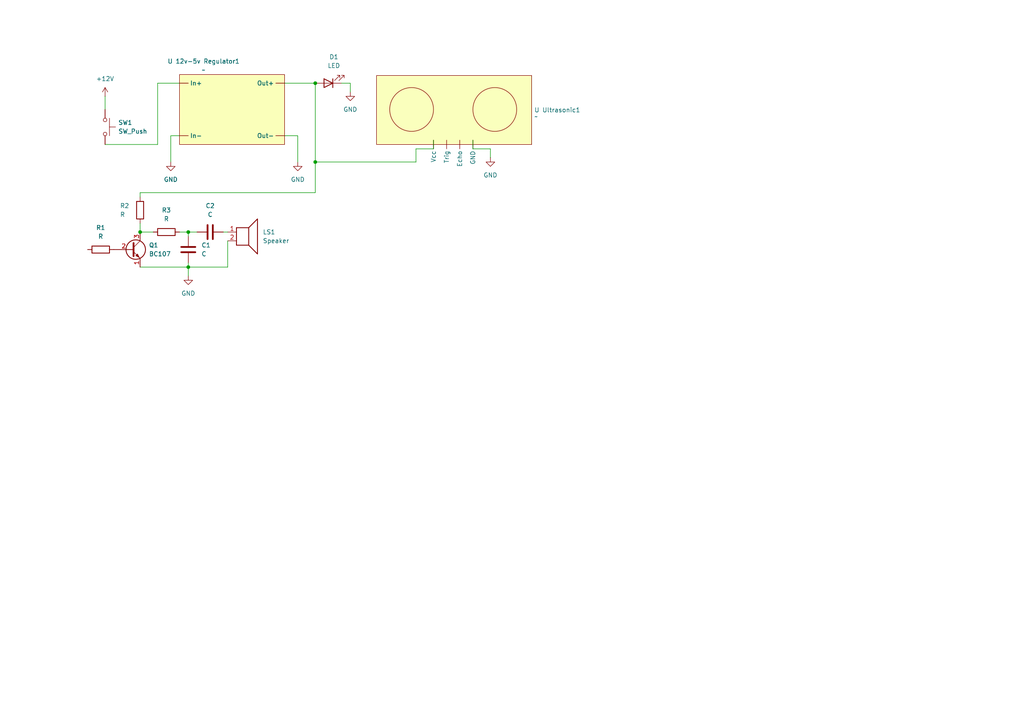
<source format=kicad_sch>
(kicad_sch
	(version 20231120)
	(generator "eeschema")
	(generator_version "8.0")
	(uuid "8c136532-4f3a-4790-9170-597a2f86a191")
	(paper "A4")
	(title_block
		(title "Ben Matrix Board Prototype MK1")
		(date "2024-06-04")
		(rev "1")
		(company "PNP3 Electronics")
	)
	(lib_symbols
		(symbol "Device:C"
			(pin_numbers hide)
			(pin_names
				(offset 0.254)
			)
			(exclude_from_sim no)
			(in_bom yes)
			(on_board yes)
			(property "Reference" "C"
				(at 0.635 2.54 0)
				(effects
					(font
						(size 1.27 1.27)
					)
					(justify left)
				)
			)
			(property "Value" "C"
				(at 0.635 -2.54 0)
				(effects
					(font
						(size 1.27 1.27)
					)
					(justify left)
				)
			)
			(property "Footprint" ""
				(at 0.9652 -3.81 0)
				(effects
					(font
						(size 1.27 1.27)
					)
					(hide yes)
				)
			)
			(property "Datasheet" "~"
				(at 0 0 0)
				(effects
					(font
						(size 1.27 1.27)
					)
					(hide yes)
				)
			)
			(property "Description" "Unpolarized capacitor"
				(at 0 0 0)
				(effects
					(font
						(size 1.27 1.27)
					)
					(hide yes)
				)
			)
			(property "ki_keywords" "cap capacitor"
				(at 0 0 0)
				(effects
					(font
						(size 1.27 1.27)
					)
					(hide yes)
				)
			)
			(property "ki_fp_filters" "C_*"
				(at 0 0 0)
				(effects
					(font
						(size 1.27 1.27)
					)
					(hide yes)
				)
			)
			(symbol "C_0_1"
				(polyline
					(pts
						(xy -2.032 -0.762) (xy 2.032 -0.762)
					)
					(stroke
						(width 0.508)
						(type default)
					)
					(fill
						(type none)
					)
				)
				(polyline
					(pts
						(xy -2.032 0.762) (xy 2.032 0.762)
					)
					(stroke
						(width 0.508)
						(type default)
					)
					(fill
						(type none)
					)
				)
			)
			(symbol "C_1_1"
				(pin passive line
					(at 0 3.81 270)
					(length 2.794)
					(name "~"
						(effects
							(font
								(size 1.27 1.27)
							)
						)
					)
					(number "1"
						(effects
							(font
								(size 1.27 1.27)
							)
						)
					)
				)
				(pin passive line
					(at 0 -3.81 90)
					(length 2.794)
					(name "~"
						(effects
							(font
								(size 1.27 1.27)
							)
						)
					)
					(number "2"
						(effects
							(font
								(size 1.27 1.27)
							)
						)
					)
				)
			)
		)
		(symbol "Device:LED"
			(pin_numbers hide)
			(pin_names
				(offset 1.016) hide)
			(exclude_from_sim no)
			(in_bom yes)
			(on_board yes)
			(property "Reference" "D"
				(at 0 2.54 0)
				(effects
					(font
						(size 1.27 1.27)
					)
				)
			)
			(property "Value" "LED"
				(at 0 -2.54 0)
				(effects
					(font
						(size 1.27 1.27)
					)
				)
			)
			(property "Footprint" ""
				(at 0 0 0)
				(effects
					(font
						(size 1.27 1.27)
					)
					(hide yes)
				)
			)
			(property "Datasheet" "~"
				(at 0 0 0)
				(effects
					(font
						(size 1.27 1.27)
					)
					(hide yes)
				)
			)
			(property "Description" "Light emitting diode"
				(at 0 0 0)
				(effects
					(font
						(size 1.27 1.27)
					)
					(hide yes)
				)
			)
			(property "ki_keywords" "LED diode"
				(at 0 0 0)
				(effects
					(font
						(size 1.27 1.27)
					)
					(hide yes)
				)
			)
			(property "ki_fp_filters" "LED* LED_SMD:* LED_THT:*"
				(at 0 0 0)
				(effects
					(font
						(size 1.27 1.27)
					)
					(hide yes)
				)
			)
			(symbol "LED_0_1"
				(polyline
					(pts
						(xy -1.27 -1.27) (xy -1.27 1.27)
					)
					(stroke
						(width 0.254)
						(type default)
					)
					(fill
						(type none)
					)
				)
				(polyline
					(pts
						(xy -1.27 0) (xy 1.27 0)
					)
					(stroke
						(width 0)
						(type default)
					)
					(fill
						(type none)
					)
				)
				(polyline
					(pts
						(xy 1.27 -1.27) (xy 1.27 1.27) (xy -1.27 0) (xy 1.27 -1.27)
					)
					(stroke
						(width 0.254)
						(type default)
					)
					(fill
						(type none)
					)
				)
				(polyline
					(pts
						(xy -3.048 -0.762) (xy -4.572 -2.286) (xy -3.81 -2.286) (xy -4.572 -2.286) (xy -4.572 -1.524)
					)
					(stroke
						(width 0)
						(type default)
					)
					(fill
						(type none)
					)
				)
				(polyline
					(pts
						(xy -1.778 -0.762) (xy -3.302 -2.286) (xy -2.54 -2.286) (xy -3.302 -2.286) (xy -3.302 -1.524)
					)
					(stroke
						(width 0)
						(type default)
					)
					(fill
						(type none)
					)
				)
			)
			(symbol "LED_1_1"
				(pin passive line
					(at -3.81 0 0)
					(length 2.54)
					(name "K"
						(effects
							(font
								(size 1.27 1.27)
							)
						)
					)
					(number "1"
						(effects
							(font
								(size 1.27 1.27)
							)
						)
					)
				)
				(pin passive line
					(at 3.81 0 180)
					(length 2.54)
					(name "A"
						(effects
							(font
								(size 1.27 1.27)
							)
						)
					)
					(number "2"
						(effects
							(font
								(size 1.27 1.27)
							)
						)
					)
				)
			)
		)
		(symbol "Device:R"
			(pin_numbers hide)
			(pin_names
				(offset 0)
			)
			(exclude_from_sim no)
			(in_bom yes)
			(on_board yes)
			(property "Reference" "R"
				(at 2.032 0 90)
				(effects
					(font
						(size 1.27 1.27)
					)
				)
			)
			(property "Value" "R"
				(at 0 0 90)
				(effects
					(font
						(size 1.27 1.27)
					)
				)
			)
			(property "Footprint" ""
				(at -1.778 0 90)
				(effects
					(font
						(size 1.27 1.27)
					)
					(hide yes)
				)
			)
			(property "Datasheet" "~"
				(at 0 0 0)
				(effects
					(font
						(size 1.27 1.27)
					)
					(hide yes)
				)
			)
			(property "Description" "Resistor"
				(at 0 0 0)
				(effects
					(font
						(size 1.27 1.27)
					)
					(hide yes)
				)
			)
			(property "ki_keywords" "R res resistor"
				(at 0 0 0)
				(effects
					(font
						(size 1.27 1.27)
					)
					(hide yes)
				)
			)
			(property "ki_fp_filters" "R_*"
				(at 0 0 0)
				(effects
					(font
						(size 1.27 1.27)
					)
					(hide yes)
				)
			)
			(symbol "R_0_1"
				(rectangle
					(start -1.016 -2.54)
					(end 1.016 2.54)
					(stroke
						(width 0.254)
						(type default)
					)
					(fill
						(type none)
					)
				)
			)
			(symbol "R_1_1"
				(pin passive line
					(at 0 3.81 270)
					(length 1.27)
					(name "~"
						(effects
							(font
								(size 1.27 1.27)
							)
						)
					)
					(number "1"
						(effects
							(font
								(size 1.27 1.27)
							)
						)
					)
				)
				(pin passive line
					(at 0 -3.81 90)
					(length 1.27)
					(name "~"
						(effects
							(font
								(size 1.27 1.27)
							)
						)
					)
					(number "2"
						(effects
							(font
								(size 1.27 1.27)
							)
						)
					)
				)
			)
		)
		(symbol "Device:Speaker"
			(pin_names
				(offset 0) hide)
			(exclude_from_sim no)
			(in_bom yes)
			(on_board yes)
			(property "Reference" "LS"
				(at 1.27 5.715 0)
				(effects
					(font
						(size 1.27 1.27)
					)
					(justify right)
				)
			)
			(property "Value" "Speaker"
				(at 1.27 3.81 0)
				(effects
					(font
						(size 1.27 1.27)
					)
					(justify right)
				)
			)
			(property "Footprint" ""
				(at 0 -5.08 0)
				(effects
					(font
						(size 1.27 1.27)
					)
					(hide yes)
				)
			)
			(property "Datasheet" "~"
				(at -0.254 -1.27 0)
				(effects
					(font
						(size 1.27 1.27)
					)
					(hide yes)
				)
			)
			(property "Description" "Speaker"
				(at 0 0 0)
				(effects
					(font
						(size 1.27 1.27)
					)
					(hide yes)
				)
			)
			(property "ki_keywords" "speaker sound"
				(at 0 0 0)
				(effects
					(font
						(size 1.27 1.27)
					)
					(hide yes)
				)
			)
			(symbol "Speaker_0_0"
				(rectangle
					(start -2.54 1.27)
					(end 1.016 -3.81)
					(stroke
						(width 0.254)
						(type default)
					)
					(fill
						(type none)
					)
				)
				(polyline
					(pts
						(xy 1.016 1.27) (xy 3.556 3.81) (xy 3.556 -6.35) (xy 1.016 -3.81)
					)
					(stroke
						(width 0.254)
						(type default)
					)
					(fill
						(type none)
					)
				)
			)
			(symbol "Speaker_1_1"
				(pin input line
					(at -5.08 0 0)
					(length 2.54)
					(name "1"
						(effects
							(font
								(size 1.27 1.27)
							)
						)
					)
					(number "1"
						(effects
							(font
								(size 1.27 1.27)
							)
						)
					)
				)
				(pin input line
					(at -5.08 -2.54 0)
					(length 2.54)
					(name "2"
						(effects
							(font
								(size 1.27 1.27)
							)
						)
					)
					(number "2"
						(effects
							(font
								(size 1.27 1.27)
							)
						)
					)
				)
			)
		)
		(symbol "Matrix_Board_Lib:DFR0831"
			(exclude_from_sim no)
			(in_bom yes)
			(on_board yes)
			(property "Reference" "U 12v-5v Regulator"
				(at -0.254 0.254 0)
				(effects
					(font
						(size 1.27 1.27)
					)
				)
			)
			(property "Value" ""
				(at -39.37 -12.7 0)
				(effects
					(font
						(size 1.27 1.27)
					)
				)
			)
			(property "Footprint" ""
				(at -39.37 -12.7 0)
				(effects
					(font
						(size 1.27 1.27)
					)
					(hide yes)
				)
			)
			(property "Datasheet" ""
				(at -39.37 -12.7 0)
				(effects
					(font
						(size 1.27 1.27)
					)
					(hide yes)
				)
			)
			(property "Description" ""
				(at -39.37 -12.7 0)
				(effects
					(font
						(size 1.27 1.27)
					)
					(hide yes)
				)
			)
			(symbol "DFR0831_0_1"
				(rectangle
					(start -15.24 10.109)
					(end 15.24 -10.16)
					(stroke
						(width 0)
						(type default)
					)
					(fill
						(type color)
						(color 250 255 186 1)
					)
				)
				(polyline
					(pts
						(xy -31.75 -20.32) (xy -31.75 -20.32)
					)
					(stroke
						(width 0)
						(type default)
					)
					(fill
						(type none)
					)
				)
			)
			(symbol "DFR0831_1_1"
				(pin input line
					(at -15.24 7.62 0)
					(length 2.54)
					(name "In+"
						(effects
							(font
								(size 1.27 1.27)
							)
						)
					)
					(number ""
						(effects
							(font
								(size 1.27 1.27)
							)
						)
					)
				)
				(pin input line
					(at -15.24 -7.62 0)
					(length 2.54)
					(name "In-"
						(effects
							(font
								(size 1.27 1.27)
							)
						)
					)
					(number ""
						(effects
							(font
								(size 1.27 1.27)
							)
						)
					)
				)
				(pin output line
					(at 15.24 7.62 180)
					(length 2.54)
					(name "Out+"
						(effects
							(font
								(size 1.27 1.27)
							)
						)
					)
					(number ""
						(effects
							(font
								(size 1.27 1.27)
							)
						)
					)
				)
				(pin output line
					(at 15.24 -7.62 180)
					(length 2.54)
					(name "Out-"
						(effects
							(font
								(size 1.27 1.27)
							)
						)
					)
					(number ""
						(effects
							(font
								(size 1.27 1.27)
							)
						)
					)
				)
			)
		)
		(symbol "Matrix_Board_Lib:HCSR04_"
			(exclude_from_sim no)
			(in_bom yes)
			(on_board yes)
			(property "Reference" "U Ultrasonic"
				(at 22.606 17.018 0)
				(effects
					(font
						(size 1.27 1.27)
					)
				)
			)
			(property "Value" ""
				(at 0 0 0)
				(effects
					(font
						(size 1.27 1.27)
					)
				)
			)
			(property "Footprint" ""
				(at 0 0 0)
				(effects
					(font
						(size 1.27 1.27)
					)
					(hide yes)
				)
			)
			(property "Datasheet" ""
				(at 0 0 0)
				(effects
					(font
						(size 1.27 1.27)
					)
					(hide yes)
				)
			)
			(property "Description" ""
				(at 0 0 0)
				(effects
					(font
						(size 1.27 1.27)
					)
					(hide yes)
				)
			)
			(symbol "HCSR04__0_1"
				(rectangle
					(start 0 20)
					(end 45 0)
					(stroke
						(width 0)
						(type default)
					)
					(fill
						(type color)
						(color 250 255 189 1)
					)
				)
			)
			(symbol "HCSR04__1_1"
				(circle
					(center 10.16 10.16)
					(radius 6.35)
					(stroke
						(width 0)
						(type default)
					)
					(fill
						(type none)
					)
				)
				(circle
					(center 34.29 10.16)
					(radius 6.35)
					(stroke
						(width 0)
						(type default)
					)
					(fill
						(type none)
					)
				)
				(pin bidirectional line
					(at 24.13 1.27 270)
					(length 2.54)
					(name "Echo"
						(effects
							(font
								(size 1.27 1.27)
							)
						)
					)
					(number ""
						(effects
							(font
								(size 1.27 1.27)
							)
						)
					)
				)
				(pin output line
					(at 27.94 1.27 270)
					(length 2.54)
					(name "GND"
						(effects
							(font
								(size 1.27 1.27)
							)
						)
					)
					(number ""
						(effects
							(font
								(size 1.27 1.27)
							)
						)
					)
				)
				(pin bidirectional line
					(at 20.32 1.27 270)
					(length 2.54)
					(name "Trig"
						(effects
							(font
								(size 1.27 1.27)
							)
						)
					)
					(number ""
						(effects
							(font
								(size 1.27 1.27)
							)
						)
					)
				)
				(pin input line
					(at 16.51 1.27 270)
					(length 2.54)
					(name "Vcc"
						(effects
							(font
								(size 1.27 1.27)
							)
						)
					)
					(number ""
						(effects
							(font
								(size 1.27 1.27)
							)
						)
					)
				)
			)
		)
		(symbol "Switch:SW_Push"
			(pin_numbers hide)
			(pin_names
				(offset 1.016) hide)
			(exclude_from_sim no)
			(in_bom yes)
			(on_board yes)
			(property "Reference" "SW"
				(at 1.27 2.54 0)
				(effects
					(font
						(size 1.27 1.27)
					)
					(justify left)
				)
			)
			(property "Value" "SW_Push"
				(at 0 -1.524 0)
				(effects
					(font
						(size 1.27 1.27)
					)
				)
			)
			(property "Footprint" ""
				(at 0 5.08 0)
				(effects
					(font
						(size 1.27 1.27)
					)
					(hide yes)
				)
			)
			(property "Datasheet" "~"
				(at 0 5.08 0)
				(effects
					(font
						(size 1.27 1.27)
					)
					(hide yes)
				)
			)
			(property "Description" "Push button switch, generic, two pins"
				(at 0 0 0)
				(effects
					(font
						(size 1.27 1.27)
					)
					(hide yes)
				)
			)
			(property "ki_keywords" "switch normally-open pushbutton push-button"
				(at 0 0 0)
				(effects
					(font
						(size 1.27 1.27)
					)
					(hide yes)
				)
			)
			(symbol "SW_Push_0_1"
				(circle
					(center -2.032 0)
					(radius 0.508)
					(stroke
						(width 0)
						(type default)
					)
					(fill
						(type none)
					)
				)
				(polyline
					(pts
						(xy 0 1.27) (xy 0 3.048)
					)
					(stroke
						(width 0)
						(type default)
					)
					(fill
						(type none)
					)
				)
				(polyline
					(pts
						(xy 2.54 1.27) (xy -2.54 1.27)
					)
					(stroke
						(width 0)
						(type default)
					)
					(fill
						(type none)
					)
				)
				(circle
					(center 2.032 0)
					(radius 0.508)
					(stroke
						(width 0)
						(type default)
					)
					(fill
						(type none)
					)
				)
				(pin passive line
					(at -5.08 0 0)
					(length 2.54)
					(name "1"
						(effects
							(font
								(size 1.27 1.27)
							)
						)
					)
					(number "1"
						(effects
							(font
								(size 1.27 1.27)
							)
						)
					)
				)
				(pin passive line
					(at 5.08 0 180)
					(length 2.54)
					(name "2"
						(effects
							(font
								(size 1.27 1.27)
							)
						)
					)
					(number "2"
						(effects
							(font
								(size 1.27 1.27)
							)
						)
					)
				)
			)
		)
		(symbol "Transistor_BJT:BC107"
			(pin_names
				(offset 0) hide)
			(exclude_from_sim no)
			(in_bom yes)
			(on_board yes)
			(property "Reference" "Q"
				(at 5.08 1.905 0)
				(effects
					(font
						(size 1.27 1.27)
					)
					(justify left)
				)
			)
			(property "Value" "BC107"
				(at 5.08 0 0)
				(effects
					(font
						(size 1.27 1.27)
					)
					(justify left)
				)
			)
			(property "Footprint" "Package_TO_SOT_THT:TO-18-3"
				(at 5.08 -1.905 0)
				(effects
					(font
						(size 1.27 1.27)
						(italic yes)
					)
					(justify left)
					(hide yes)
				)
			)
			(property "Datasheet" "http://www.b-kainka.de/Daten/Transistor/BC108.pdf"
				(at 0 0 0)
				(effects
					(font
						(size 1.27 1.27)
					)
					(justify left)
					(hide yes)
				)
			)
			(property "Description" "0.1A Ic, 50V Vce, Low Noise General Purpose NPN Transistor, TO-18"
				(at 0 0 0)
				(effects
					(font
						(size 1.27 1.27)
					)
					(hide yes)
				)
			)
			(property "ki_keywords" "NPN low noise transistor"
				(at 0 0 0)
				(effects
					(font
						(size 1.27 1.27)
					)
					(hide yes)
				)
			)
			(property "ki_fp_filters" "TO?18*"
				(at 0 0 0)
				(effects
					(font
						(size 1.27 1.27)
					)
					(hide yes)
				)
			)
			(symbol "BC107_0_1"
				(polyline
					(pts
						(xy 0.635 0.635) (xy 2.54 2.54)
					)
					(stroke
						(width 0)
						(type default)
					)
					(fill
						(type none)
					)
				)
				(polyline
					(pts
						(xy 0.635 -0.635) (xy 2.54 -2.54) (xy 2.54 -2.54)
					)
					(stroke
						(width 0)
						(type default)
					)
					(fill
						(type none)
					)
				)
				(polyline
					(pts
						(xy 0.635 1.905) (xy 0.635 -1.905) (xy 0.635 -1.905)
					)
					(stroke
						(width 0.508)
						(type default)
					)
					(fill
						(type none)
					)
				)
				(polyline
					(pts
						(xy 1.27 -1.778) (xy 1.778 -1.27) (xy 2.286 -2.286) (xy 1.27 -1.778) (xy 1.27 -1.778)
					)
					(stroke
						(width 0)
						(type default)
					)
					(fill
						(type outline)
					)
				)
				(circle
					(center 1.27 0)
					(radius 2.8194)
					(stroke
						(width 0.254)
						(type default)
					)
					(fill
						(type none)
					)
				)
			)
			(symbol "BC107_1_1"
				(pin passive line
					(at 2.54 -5.08 90)
					(length 2.54)
					(name "E"
						(effects
							(font
								(size 1.27 1.27)
							)
						)
					)
					(number "1"
						(effects
							(font
								(size 1.27 1.27)
							)
						)
					)
				)
				(pin input line
					(at -5.08 0 0)
					(length 5.715)
					(name "B"
						(effects
							(font
								(size 1.27 1.27)
							)
						)
					)
					(number "2"
						(effects
							(font
								(size 1.27 1.27)
							)
						)
					)
				)
				(pin passive line
					(at 2.54 5.08 270)
					(length 2.54)
					(name "C"
						(effects
							(font
								(size 1.27 1.27)
							)
						)
					)
					(number "3"
						(effects
							(font
								(size 1.27 1.27)
							)
						)
					)
				)
			)
		)
		(symbol "power:+12V"
			(power)
			(pin_numbers hide)
			(pin_names
				(offset 0) hide)
			(exclude_from_sim no)
			(in_bom yes)
			(on_board yes)
			(property "Reference" "#PWR"
				(at 0 -3.81 0)
				(effects
					(font
						(size 1.27 1.27)
					)
					(hide yes)
				)
			)
			(property "Value" "+12V"
				(at 0 3.556 0)
				(effects
					(font
						(size 1.27 1.27)
					)
				)
			)
			(property "Footprint" ""
				(at 0 0 0)
				(effects
					(font
						(size 1.27 1.27)
					)
					(hide yes)
				)
			)
			(property "Datasheet" ""
				(at 0 0 0)
				(effects
					(font
						(size 1.27 1.27)
					)
					(hide yes)
				)
			)
			(property "Description" "Power symbol creates a global label with name \"+12V\""
				(at 0 0 0)
				(effects
					(font
						(size 1.27 1.27)
					)
					(hide yes)
				)
			)
			(property "ki_keywords" "global power"
				(at 0 0 0)
				(effects
					(font
						(size 1.27 1.27)
					)
					(hide yes)
				)
			)
			(symbol "+12V_0_1"
				(polyline
					(pts
						(xy -0.762 1.27) (xy 0 2.54)
					)
					(stroke
						(width 0)
						(type default)
					)
					(fill
						(type none)
					)
				)
				(polyline
					(pts
						(xy 0 0) (xy 0 2.54)
					)
					(stroke
						(width 0)
						(type default)
					)
					(fill
						(type none)
					)
				)
				(polyline
					(pts
						(xy 0 2.54) (xy 0.762 1.27)
					)
					(stroke
						(width 0)
						(type default)
					)
					(fill
						(type none)
					)
				)
			)
			(symbol "+12V_1_1"
				(pin power_in line
					(at 0 0 90)
					(length 0)
					(name "~"
						(effects
							(font
								(size 1.27 1.27)
							)
						)
					)
					(number "1"
						(effects
							(font
								(size 1.27 1.27)
							)
						)
					)
				)
			)
		)
		(symbol "power:GND"
			(power)
			(pin_numbers hide)
			(pin_names
				(offset 0) hide)
			(exclude_from_sim no)
			(in_bom yes)
			(on_board yes)
			(property "Reference" "#PWR"
				(at 0 -6.35 0)
				(effects
					(font
						(size 1.27 1.27)
					)
					(hide yes)
				)
			)
			(property "Value" "GND"
				(at 0 -3.81 0)
				(effects
					(font
						(size 1.27 1.27)
					)
				)
			)
			(property "Footprint" ""
				(at 0 0 0)
				(effects
					(font
						(size 1.27 1.27)
					)
					(hide yes)
				)
			)
			(property "Datasheet" ""
				(at 0 0 0)
				(effects
					(font
						(size 1.27 1.27)
					)
					(hide yes)
				)
			)
			(property "Description" "Power symbol creates a global label with name \"GND\" , ground"
				(at 0 0 0)
				(effects
					(font
						(size 1.27 1.27)
					)
					(hide yes)
				)
			)
			(property "ki_keywords" "global power"
				(at 0 0 0)
				(effects
					(font
						(size 1.27 1.27)
					)
					(hide yes)
				)
			)
			(symbol "GND_0_1"
				(polyline
					(pts
						(xy 0 0) (xy 0 -1.27) (xy 1.27 -1.27) (xy 0 -2.54) (xy -1.27 -1.27) (xy 0 -1.27)
					)
					(stroke
						(width 0)
						(type default)
					)
					(fill
						(type none)
					)
				)
			)
			(symbol "GND_1_1"
				(pin power_in line
					(at 0 0 270)
					(length 0)
					(name "~"
						(effects
							(font
								(size 1.27 1.27)
							)
						)
					)
					(number "1"
						(effects
							(font
								(size 1.27 1.27)
							)
						)
					)
				)
			)
		)
	)
	(junction
		(at 54.61 67.31)
		(diameter 0)
		(color 0 0 0 0)
		(uuid "01dccbbf-4e05-42d2-bfcf-881f3e0fe2ee")
	)
	(junction
		(at 54.61 77.47)
		(diameter 0)
		(color 0 0 0 0)
		(uuid "2546d8ba-d7e9-4a76-a1ae-d7a4896d1720")
	)
	(junction
		(at 91.44 24.13)
		(diameter 0)
		(color 0 0 0 0)
		(uuid "6c3ca0f8-d059-43c0-b229-1707171be6e3")
	)
	(junction
		(at 91.44 46.99)
		(diameter 0)
		(color 0 0 0 0)
		(uuid "e9b8717e-d720-496b-87a0-2bc9e9c9d257")
	)
	(junction
		(at 40.64 67.31)
		(diameter 0)
		(color 0 0 0 0)
		(uuid "efad8c28-7585-4b15-b125-54967aa43fc7")
	)
	(wire
		(pts
			(xy 99.06 24.13) (xy 101.6 24.13)
		)
		(stroke
			(width 0)
			(type default)
		)
		(uuid "02440074-47ac-4ba1-a47a-7db583837241")
	)
	(wire
		(pts
			(xy 40.64 67.31) (xy 44.45 67.31)
		)
		(stroke
			(width 0)
			(type default)
		)
		(uuid "0d15b6be-2ec9-4e03-af6c-683013f6d2d7")
	)
	(wire
		(pts
			(xy 52.07 67.31) (xy 54.61 67.31)
		)
		(stroke
			(width 0)
			(type default)
		)
		(uuid "0e1dd2c6-f778-4451-b138-5ea18fe88a0a")
	)
	(wire
		(pts
			(xy 45.72 41.91) (xy 45.72 24.13)
		)
		(stroke
			(width 0)
			(type default)
		)
		(uuid "0ec4bbe7-b6a5-4956-9aa3-282eac8df3f4")
	)
	(wire
		(pts
			(xy 54.61 67.31) (xy 54.61 68.58)
		)
		(stroke
			(width 0)
			(type default)
		)
		(uuid "14c5d092-1807-4b2c-9bd7-bd8a330fef78")
	)
	(wire
		(pts
			(xy 125.73 43.18) (xy 125.73 40.64)
		)
		(stroke
			(width 0)
			(type default)
		)
		(uuid "15a20cbc-2156-4f09-bad4-10cd7b01849e")
	)
	(wire
		(pts
			(xy 40.64 64.77) (xy 40.64 67.31)
		)
		(stroke
			(width 0)
			(type default)
		)
		(uuid "1d1e1688-6c23-40ad-984b-719172b80d3e")
	)
	(wire
		(pts
			(xy 66.04 69.85) (xy 66.04 77.47)
		)
		(stroke
			(width 0)
			(type default)
		)
		(uuid "279d1564-6c59-4f55-ab4b-f32eb86105a9")
	)
	(wire
		(pts
			(xy 40.64 55.88) (xy 40.64 57.15)
		)
		(stroke
			(width 0)
			(type default)
		)
		(uuid "3f81b723-4695-4613-b846-ff0d36e362c2")
	)
	(wire
		(pts
			(xy 54.61 76.2) (xy 54.61 77.47)
		)
		(stroke
			(width 0)
			(type default)
		)
		(uuid "45adda19-7bc9-40c5-92e2-41f89f951258")
	)
	(wire
		(pts
			(xy 54.61 77.47) (xy 54.61 80.01)
		)
		(stroke
			(width 0)
			(type default)
		)
		(uuid "462ddc9c-0ac7-49ff-a9c6-441820b48396")
	)
	(wire
		(pts
			(xy 30.48 41.91) (xy 45.72 41.91)
		)
		(stroke
			(width 0)
			(type default)
		)
		(uuid "47dede98-03d9-4977-bd79-a7d3cd862a55")
	)
	(wire
		(pts
			(xy 82.55 39.37) (xy 86.36 39.37)
		)
		(stroke
			(width 0)
			(type default)
		)
		(uuid "4ba8331a-30c8-423c-9f0a-be92523e5675")
	)
	(wire
		(pts
			(xy 40.64 77.47) (xy 54.61 77.47)
		)
		(stroke
			(width 0)
			(type default)
		)
		(uuid "53d6466a-0c89-4b0a-8ca3-79f9279b648e")
	)
	(wire
		(pts
			(xy 49.53 39.37) (xy 49.53 46.99)
		)
		(stroke
			(width 0)
			(type default)
		)
		(uuid "5c6e565c-8715-4280-96be-a6e4f0d768a9")
	)
	(wire
		(pts
			(xy 142.24 43.18) (xy 142.24 45.72)
		)
		(stroke
			(width 0)
			(type default)
		)
		(uuid "77831df5-55b5-4bbd-ab2d-0532b0c57030")
	)
	(wire
		(pts
			(xy 91.44 46.99) (xy 91.44 55.88)
		)
		(stroke
			(width 0)
			(type default)
		)
		(uuid "7a51a137-cfd3-420f-bef8-c2ac351e5c8a")
	)
	(wire
		(pts
			(xy 101.6 24.13) (xy 101.6 26.67)
		)
		(stroke
			(width 0)
			(type default)
		)
		(uuid "8ebd54fd-71d8-4881-afbb-e1d6f63c6af3")
	)
	(wire
		(pts
			(xy 30.48 27.94) (xy 30.48 31.75)
		)
		(stroke
			(width 0)
			(type default)
		)
		(uuid "92b501a5-1a01-42a2-8c6f-91c04fc53eb3")
	)
	(wire
		(pts
			(xy 64.77 67.31) (xy 66.04 67.31)
		)
		(stroke
			(width 0)
			(type default)
		)
		(uuid "9cd58246-55fc-48e6-8683-63a24b0bf000")
	)
	(wire
		(pts
			(xy 82.55 24.13) (xy 91.44 24.13)
		)
		(stroke
			(width 0)
			(type default)
		)
		(uuid "ab9e72f6-3dc4-4d0e-9fd7-7388282141b8")
	)
	(wire
		(pts
			(xy 137.16 40.64) (xy 137.16 43.18)
		)
		(stroke
			(width 0)
			(type default)
		)
		(uuid "adf40154-1410-4a4d-8314-7ef1d7428101")
	)
	(wire
		(pts
			(xy 120.65 43.18) (xy 125.73 43.18)
		)
		(stroke
			(width 0)
			(type default)
		)
		(uuid "bd44c20e-cc24-486d-935f-6659d01c7d46")
	)
	(wire
		(pts
			(xy 91.44 55.88) (xy 40.64 55.88)
		)
		(stroke
			(width 0)
			(type default)
		)
		(uuid "bf1a7ad0-0acd-440c-bcaf-8c96a3bf56a6")
	)
	(wire
		(pts
			(xy 54.61 67.31) (xy 57.15 67.31)
		)
		(stroke
			(width 0)
			(type default)
		)
		(uuid "c41916c2-b7a6-4fc3-b26e-570d545b0c03")
	)
	(wire
		(pts
			(xy 54.61 77.47) (xy 66.04 77.47)
		)
		(stroke
			(width 0)
			(type default)
		)
		(uuid "c6415735-0b77-4d3b-b616-e0f973c90154")
	)
	(wire
		(pts
			(xy 137.16 43.18) (xy 142.24 43.18)
		)
		(stroke
			(width 0)
			(type default)
		)
		(uuid "cbb3fdbf-dfb8-4d6c-890b-35cc7904b7e1")
	)
	(wire
		(pts
			(xy 120.65 46.99) (xy 120.65 43.18)
		)
		(stroke
			(width 0)
			(type default)
		)
		(uuid "cf22211e-37aa-4d65-bbed-3fdf60851bae")
	)
	(wire
		(pts
			(xy 45.72 24.13) (xy 52.07 24.13)
		)
		(stroke
			(width 0)
			(type default)
		)
		(uuid "d30a88c0-a930-407c-857e-a557209588ec")
	)
	(wire
		(pts
			(xy 86.36 39.37) (xy 86.36 46.99)
		)
		(stroke
			(width 0)
			(type default)
		)
		(uuid "d521c019-2e89-4178-a143-4e4c12e98875")
	)
	(wire
		(pts
			(xy 91.44 46.99) (xy 120.65 46.99)
		)
		(stroke
			(width 0)
			(type default)
		)
		(uuid "d77ac339-62d7-4d6f-8852-ca77582b4b69")
	)
	(wire
		(pts
			(xy 52.07 39.37) (xy 49.53 39.37)
		)
		(stroke
			(width 0)
			(type default)
		)
		(uuid "efc3ff88-c713-4522-bf6d-95e0363cbc2e")
	)
	(wire
		(pts
			(xy 91.44 24.13) (xy 91.44 46.99)
		)
		(stroke
			(width 0)
			(type default)
		)
		(uuid "f17637f4-c63e-4c90-ac47-5582fb832eb6")
	)
	(symbol
		(lib_id "Device:C")
		(at 60.96 67.31 90)
		(unit 1)
		(exclude_from_sim no)
		(in_bom yes)
		(on_board yes)
		(dnp no)
		(fields_autoplaced yes)
		(uuid "0ea13006-63f5-456d-8f2f-810eb02d40c9")
		(property "Reference" "C2"
			(at 60.96 59.69 90)
			(effects
				(font
					(size 1.27 1.27)
				)
			)
		)
		(property "Value" "C"
			(at 60.96 62.23 90)
			(effects
				(font
					(size 1.27 1.27)
				)
			)
		)
		(property "Footprint" ""
			(at 64.77 66.3448 0)
			(effects
				(font
					(size 1.27 1.27)
				)
				(hide yes)
			)
		)
		(property "Datasheet" "~"
			(at 60.96 67.31 0)
			(effects
				(font
					(size 1.27 1.27)
				)
				(hide yes)
			)
		)
		(property "Description" "Unpolarized capacitor"
			(at 60.96 67.31 0)
			(effects
				(font
					(size 1.27 1.27)
				)
				(hide yes)
			)
		)
		(pin "2"
			(uuid "fa4b850a-5803-42d8-aacc-ce5467916a7c")
		)
		(pin "1"
			(uuid "efbcc7e8-0ab8-4ad8-b02a-90f0178250ea")
		)
		(instances
			(project ""
				(path "/194e6ce2-52f4-4062-8e8c-b70ccef0f075"
					(reference "C2")
					(unit 1)
				)
			)
		)
	)
	(symbol
		(lib_id "Matrix_Board_Lib:HCSR04_")
		(at 109.22 41.91 0)
		(unit 1)
		(exclude_from_sim no)
		(in_bom yes)
		(on_board yes)
		(dnp no)
		(fields_autoplaced yes)
		(uuid "216ec351-3455-4939-b593-790af6b6e5ba")
		(property "Reference" "U Ultrasonic1"
			(at 154.94 31.9099 0)
			(effects
				(font
					(size 1.27 1.27)
				)
				(justify left)
			)
		)
		(property "Value" "~"
			(at 154.94 33.815 0)
			(effects
				(font
					(size 1.27 1.27)
				)
				(justify left)
			)
		)
		(property "Footprint" ""
			(at 109.22 41.91 0)
			(effects
				(font
					(size 1.27 1.27)
				)
				(hide yes)
			)
		)
		(property "Datasheet" ""
			(at 109.22 41.91 0)
			(effects
				(font
					(size 1.27 1.27)
				)
				(hide yes)
			)
		)
		(property "Description" ""
			(at 109.22 41.91 0)
			(effects
				(font
					(size 1.27 1.27)
				)
				(hide yes)
			)
		)
		(pin ""
			(uuid "9ed31b77-7606-4c91-9ff1-b245b98f7d09")
		)
		(pin ""
			(uuid "86ae2449-93b5-4992-b3a8-1d5526ff8fe8")
		)
		(pin ""
			(uuid "26217449-d246-45f0-8c66-ce457230347d")
		)
		(pin ""
			(uuid "466214a0-4250-41d7-9ef5-c3ac1d79d4ca")
		)
		(instances
			(project ""
				(path "/8c136532-4f3a-4790-9170-597a2f86a191"
					(reference "U Ultrasonic1")
					(unit 1)
				)
			)
		)
	)
	(symbol
		(lib_id "Device:Speaker")
		(at 71.12 67.31 0)
		(unit 1)
		(exclude_from_sim no)
		(in_bom yes)
		(on_board yes)
		(dnp no)
		(fields_autoplaced yes)
		(uuid "24465b64-9c41-4c0a-a1b1-e4fa0ca86143")
		(property "Reference" "LS1"
			(at 76.2 67.3099 0)
			(effects
				(font
					(size 1.27 1.27)
				)
				(justify left)
			)
		)
		(property "Value" "Speaker"
			(at 76.2 69.8499 0)
			(effects
				(font
					(size 1.27 1.27)
				)
				(justify left)
			)
		)
		(property "Footprint" ""
			(at 71.12 72.39 0)
			(effects
				(font
					(size 1.27 1.27)
				)
				(hide yes)
			)
		)
		(property "Datasheet" "~"
			(at 70.866 68.58 0)
			(effects
				(font
					(size 1.27 1.27)
				)
				(hide yes)
			)
		)
		(property "Description" "Speaker"
			(at 71.12 67.31 0)
			(effects
				(font
					(size 1.27 1.27)
				)
				(hide yes)
			)
		)
		(pin "2"
			(uuid "4a46b0a9-0f44-45c0-94b4-294948b5f71f")
		)
		(pin "1"
			(uuid "53795c9d-4040-4aa8-9af2-cb888da05197")
		)
		(instances
			(project ""
				(path "/194e6ce2-52f4-4062-8e8c-b70ccef0f075"
					(reference "LS1")
					(unit 1)
				)
			)
		)
	)
	(symbol
		(lib_id "power:GND")
		(at 142.24 45.72 0)
		(unit 1)
		(exclude_from_sim no)
		(in_bom yes)
		(on_board yes)
		(dnp no)
		(fields_autoplaced yes)
		(uuid "3c7cd532-368b-431d-87c1-a5f432dd89aa")
		(property "Reference" "#PWR05"
			(at 142.24 52.07 0)
			(effects
				(font
					(size 1.27 1.27)
				)
				(hide yes)
			)
		)
		(property "Value" "GND"
			(at 142.24 50.8 0)
			(effects
				(font
					(size 1.27 1.27)
				)
			)
		)
		(property "Footprint" ""
			(at 142.24 45.72 0)
			(effects
				(font
					(size 1.27 1.27)
				)
				(hide yes)
			)
		)
		(property "Datasheet" ""
			(at 142.24 45.72 0)
			(effects
				(font
					(size 1.27 1.27)
				)
				(hide yes)
			)
		)
		(property "Description" "Power symbol creates a global label with name \"GND\" , ground"
			(at 142.24 45.72 0)
			(effects
				(font
					(size 1.27 1.27)
				)
				(hide yes)
			)
		)
		(pin "1"
			(uuid "47d70743-68aa-45ac-bc3e-ed0c9f8f6d53")
		)
		(instances
			(project ""
				(path "/8c136532-4f3a-4790-9170-597a2f86a191"
					(reference "#PWR05")
					(unit 1)
				)
			)
		)
	)
	(symbol
		(lib_id "power:GND")
		(at 101.6 26.67 0)
		(unit 1)
		(exclude_from_sim no)
		(in_bom yes)
		(on_board yes)
		(dnp no)
		(fields_autoplaced yes)
		(uuid "3d0bf66b-ee2d-40a8-9897-76b0587b4da9")
		(property "Reference" "#PWR04"
			(at 101.6 33.02 0)
			(effects
				(font
					(size 1.27 1.27)
				)
				(hide yes)
			)
		)
		(property "Value" "GND"
			(at 101.6 31.75 0)
			(effects
				(font
					(size 1.27 1.27)
				)
			)
		)
		(property "Footprint" ""
			(at 101.6 26.67 0)
			(effects
				(font
					(size 1.27 1.27)
				)
				(hide yes)
			)
		)
		(property "Datasheet" ""
			(at 101.6 26.67 0)
			(effects
				(font
					(size 1.27 1.27)
				)
				(hide yes)
			)
		)
		(property "Description" "Power symbol creates a global label with name \"GND\" , ground"
			(at 101.6 26.67 0)
			(effects
				(font
					(size 1.27 1.27)
				)
				(hide yes)
			)
		)
		(pin "1"
			(uuid "e0897079-e468-436b-b1ae-06a2f83ae439")
		)
		(instances
			(project ""
				(path "/8c136532-4f3a-4790-9170-597a2f86a191"
					(reference "#PWR04")
					(unit 1)
				)
			)
		)
	)
	(symbol
		(lib_id "Device:LED")
		(at 95.25 24.13 180)
		(unit 1)
		(exclude_from_sim no)
		(in_bom yes)
		(on_board yes)
		(dnp no)
		(fields_autoplaced yes)
		(uuid "47086d95-a0c4-4b58-9e87-cbb652d5ef3c")
		(property "Reference" "D1"
			(at 96.8375 16.51 0)
			(effects
				(font
					(size 1.27 1.27)
				)
			)
		)
		(property "Value" "LED"
			(at 96.8375 19.05 0)
			(effects
				(font
					(size 1.27 1.27)
				)
			)
		)
		(property "Footprint" ""
			(at 95.25 24.13 0)
			(effects
				(font
					(size 1.27 1.27)
				)
				(hide yes)
			)
		)
		(property "Datasheet" "~"
			(at 95.25 24.13 0)
			(effects
				(font
					(size 1.27 1.27)
				)
				(hide yes)
			)
		)
		(property "Description" "Light emitting diode"
			(at 95.25 24.13 0)
			(effects
				(font
					(size 1.27 1.27)
				)
				(hide yes)
			)
		)
		(pin "2"
			(uuid "3798436b-9483-4adb-b9a0-646a36b46b79")
		)
		(pin "1"
			(uuid "2af363fa-3b50-484e-90f7-f6a930f1e0e1")
		)
		(instances
			(project ""
				(path "/8c136532-4f3a-4790-9170-597a2f86a191"
					(reference "D1")
					(unit 1)
				)
			)
		)
	)
	(symbol
		(lib_id "Transistor_BJT:BC107")
		(at 38.1 72.39 0)
		(unit 1)
		(exclude_from_sim no)
		(in_bom yes)
		(on_board yes)
		(dnp no)
		(fields_autoplaced yes)
		(uuid "4a0368ad-6976-44d5-a35a-e9580849b9aa")
		(property "Reference" "Q1"
			(at 43.18 71.1199 0)
			(effects
				(font
					(size 1.27 1.27)
				)
				(justify left)
			)
		)
		(property "Value" "BC107"
			(at 43.18 73.6599 0)
			(effects
				(font
					(size 1.27 1.27)
				)
				(justify left)
			)
		)
		(property "Footprint" "Package_TO_SOT_THT:TO-18-3"
			(at 43.18 74.295 0)
			(effects
				(font
					(size 1.27 1.27)
					(italic yes)
				)
				(justify left)
				(hide yes)
			)
		)
		(property "Datasheet" "http://www.b-kainka.de/Daten/Transistor/BC108.pdf"
			(at 38.1 72.39 0)
			(effects
				(font
					(size 1.27 1.27)
				)
				(justify left)
				(hide yes)
			)
		)
		(property "Description" "0.1A Ic, 50V Vce, Low Noise General Purpose NPN Transistor, TO-18"
			(at 38.1 72.39 0)
			(effects
				(font
					(size 1.27 1.27)
				)
				(hide yes)
			)
		)
		(pin "2"
			(uuid "b286a6ac-5557-47ad-a09b-37579e97bcb9")
		)
		(pin "3"
			(uuid "da6da22d-17dd-40f0-bac2-a68dd63eb931")
		)
		(pin "1"
			(uuid "74c65b9c-9351-495a-8c39-663d1cb917c5")
		)
		(instances
			(project ""
				(path "/194e6ce2-52f4-4062-8e8c-b70ccef0f075"
					(reference "Q1")
					(unit 1)
				)
			)
		)
	)
	(symbol
		(lib_id "Device:R")
		(at 29.21 72.39 270)
		(unit 1)
		(exclude_from_sim no)
		(in_bom yes)
		(on_board yes)
		(dnp no)
		(fields_autoplaced yes)
		(uuid "59b5c65b-ac97-4b6b-a7bd-22d6fef22fc4")
		(property "Reference" "R1"
			(at 29.21 66.04 90)
			(effects
				(font
					(size 1.27 1.27)
				)
			)
		)
		(property "Value" "R"
			(at 29.21 68.58 90)
			(effects
				(font
					(size 1.27 1.27)
				)
			)
		)
		(property "Footprint" ""
			(at 29.21 70.612 90)
			(effects
				(font
					(size 1.27 1.27)
				)
				(hide yes)
			)
		)
		(property "Datasheet" "~"
			(at 29.21 72.39 0)
			(effects
				(font
					(size 1.27 1.27)
				)
				(hide yes)
			)
		)
		(property "Description" "Resistor"
			(at 29.21 72.39 0)
			(effects
				(font
					(size 1.27 1.27)
				)
				(hide yes)
			)
		)
		(pin "1"
			(uuid "6ad25749-a1f5-47c2-8a4d-b82ea54a1285")
		)
		(pin "2"
			(uuid "2265c48f-1935-40a1-b6b8-632f8ded289c")
		)
		(instances
			(project ""
				(path "/194e6ce2-52f4-4062-8e8c-b70ccef0f075"
					(reference "R1")
					(unit 1)
				)
			)
		)
	)
	(symbol
		(lib_id "Matrix_Board_Lib:DFR0831")
		(at 67.31 31.75 0)
		(unit 1)
		(exclude_from_sim no)
		(in_bom yes)
		(on_board yes)
		(dnp no)
		(fields_autoplaced yes)
		(uuid "6a2aa15a-de04-49ad-bd17-8bad586cd0b5")
		(property "Reference" "U 12v-5v Regulator1"
			(at 59.055 17.78 0)
			(effects
				(font
					(size 1.27 1.27)
				)
			)
		)
		(property "Value" "~"
			(at 59.055 20.32 0)
			(effects
				(font
					(size 1.27 1.27)
				)
			)
		)
		(property "Footprint" ""
			(at 27.94 44.45 0)
			(effects
				(font
					(size 1.27 1.27)
				)
				(hide yes)
			)
		)
		(property "Datasheet" ""
			(at 27.94 44.45 0)
			(effects
				(font
					(size 1.27 1.27)
				)
				(hide yes)
			)
		)
		(property "Description" ""
			(at 27.94 44.45 0)
			(effects
				(font
					(size 1.27 1.27)
				)
				(hide yes)
			)
		)
		(pin ""
			(uuid "02044b0f-cb0c-4f71-84f3-c78767f87f0b")
		)
		(pin ""
			(uuid "32864dbe-fa41-403a-a4be-50e4ff168645")
		)
		(pin ""
			(uuid "c6b6908b-e532-4b8c-99f1-2544d2ad3c38")
		)
		(pin ""
			(uuid "206a8ebc-29b7-43e9-8e86-0c15633eadf9")
		)
		(instances
			(project ""
				(path "/8c136532-4f3a-4790-9170-597a2f86a191"
					(reference "U 12v-5v Regulator1")
					(unit 1)
				)
			)
		)
	)
	(symbol
		(lib_id "Switch:SW_Push")
		(at 30.48 36.83 270)
		(unit 1)
		(exclude_from_sim no)
		(in_bom yes)
		(on_board yes)
		(dnp no)
		(fields_autoplaced yes)
		(uuid "7ab87c83-c012-412d-b41a-50dd542fecb7")
		(property "Reference" "SW1"
			(at 34.29 35.5599 90)
			(effects
				(font
					(size 1.27 1.27)
				)
				(justify left)
			)
		)
		(property "Value" "SW_Push"
			(at 34.29 38.0999 90)
			(effects
				(font
					(size 1.27 1.27)
				)
				(justify left)
			)
		)
		(property "Footprint" ""
			(at 35.56 36.83 0)
			(effects
				(font
					(size 1.27 1.27)
				)
				(hide yes)
			)
		)
		(property "Datasheet" "~"
			(at 35.56 36.83 0)
			(effects
				(font
					(size 1.27 1.27)
				)
				(hide yes)
			)
		)
		(property "Description" "Push button switch, generic, two pins"
			(at 30.48 36.83 0)
			(effects
				(font
					(size 1.27 1.27)
				)
				(hide yes)
			)
		)
		(pin "1"
			(uuid "610d71d1-c0ae-4fdb-9cb5-92623cd7477b")
		)
		(pin "2"
			(uuid "293ea412-4faa-4768-865d-968b4bd1a803")
		)
		(instances
			(project ""
				(path "/8c136532-4f3a-4790-9170-597a2f86a191"
					(reference "SW1")
					(unit 1)
				)
			)
		)
	)
	(symbol
		(lib_id "power:+12V")
		(at 30.48 27.94 0)
		(unit 1)
		(exclude_from_sim no)
		(in_bom yes)
		(on_board yes)
		(dnp no)
		(fields_autoplaced yes)
		(uuid "7b4b39da-2b02-4fe4-a79e-f2bf217156df")
		(property "Reference" "#PWR02"
			(at 30.48 31.75 0)
			(effects
				(font
					(size 1.27 1.27)
				)
				(hide yes)
			)
		)
		(property "Value" "+12V"
			(at 30.48 22.86 0)
			(effects
				(font
					(size 1.27 1.27)
				)
			)
		)
		(property "Footprint" ""
			(at 30.48 27.94 0)
			(effects
				(font
					(size 1.27 1.27)
				)
				(hide yes)
			)
		)
		(property "Datasheet" ""
			(at 30.48 27.94 0)
			(effects
				(font
					(size 1.27 1.27)
				)
				(hide yes)
			)
		)
		(property "Description" "Power symbol creates a global label with name \"+12V\""
			(at 30.48 27.94 0)
			(effects
				(font
					(size 1.27 1.27)
				)
				(hide yes)
			)
		)
		(pin "1"
			(uuid "9b49e3a8-e837-4eb5-9c94-f021e8f820ea")
		)
		(instances
			(project ""
				(path "/8c136532-4f3a-4790-9170-597a2f86a191"
					(reference "#PWR02")
					(unit 1)
				)
			)
		)
	)
	(symbol
		(lib_id "Device:R")
		(at 40.64 60.96 180)
		(unit 1)
		(exclude_from_sim no)
		(in_bom yes)
		(on_board yes)
		(dnp no)
		(uuid "8b35e26a-4d23-4eec-acb4-430daa4c20e9")
		(property "Reference" "R2"
			(at 34.798 59.69 0)
			(effects
				(font
					(size 1.27 1.27)
				)
				(justify right)
			)
		)
		(property "Value" "R"
			(at 34.798 62.23 0)
			(effects
				(font
					(size 1.27 1.27)
				)
				(justify right)
			)
		)
		(property "Footprint" ""
			(at 42.418 60.96 90)
			(effects
				(font
					(size 1.27 1.27)
				)
				(hide yes)
			)
		)
		(property "Datasheet" "~"
			(at 40.64 60.96 0)
			(effects
				(font
					(size 1.27 1.27)
				)
				(hide yes)
			)
		)
		(property "Description" "Resistor"
			(at 40.64 60.96 0)
			(effects
				(font
					(size 1.27 1.27)
				)
				(hide yes)
			)
		)
		(pin "1"
			(uuid "8625c1b6-c898-45bb-b937-5b4d83ba623c")
		)
		(pin "2"
			(uuid "3231df19-b42d-4186-940f-c43ebf5ced4d")
		)
		(instances
			(project ""
				(path "/194e6ce2-52f4-4062-8e8c-b70ccef0f075"
					(reference "R2")
					(unit 1)
				)
			)
		)
	)
	(symbol
		(lib_id "Device:R")
		(at 48.26 67.31 90)
		(unit 1)
		(exclude_from_sim no)
		(in_bom yes)
		(on_board yes)
		(dnp no)
		(fields_autoplaced yes)
		(uuid "8dc7fcf3-6c98-4a89-996f-ba1366429d69")
		(property "Reference" "R3"
			(at 48.26 60.96 90)
			(effects
				(font
					(size 1.27 1.27)
				)
			)
		)
		(property "Value" "R"
			(at 48.26 63.5 90)
			(effects
				(font
					(size 1.27 1.27)
				)
			)
		)
		(property "Footprint" ""
			(at 48.26 69.088 90)
			(effects
				(font
					(size 1.27 1.27)
				)
				(hide yes)
			)
		)
		(property "Datasheet" "~"
			(at 48.26 67.31 0)
			(effects
				(font
					(size 1.27 1.27)
				)
				(hide yes)
			)
		)
		(property "Description" "Resistor"
			(at 48.26 67.31 0)
			(effects
				(font
					(size 1.27 1.27)
				)
				(hide yes)
			)
		)
		(pin "1"
			(uuid "1e4925f1-87e0-4dbc-8c1f-bfde4d20fb9b")
		)
		(pin "2"
			(uuid "44abafbe-6867-4939-805b-1b6a5767ac97")
		)
		(instances
			(project ""
				(path "/194e6ce2-52f4-4062-8e8c-b70ccef0f075"
					(reference "R3")
					(unit 1)
				)
			)
		)
	)
	(symbol
		(lib_id "Device:C")
		(at 54.61 72.39 180)
		(unit 1)
		(exclude_from_sim no)
		(in_bom yes)
		(on_board yes)
		(dnp no)
		(fields_autoplaced yes)
		(uuid "8df3106f-2d45-41d0-8a8e-5289129206f6")
		(property "Reference" "C1"
			(at 58.42 71.1199 0)
			(effects
				(font
					(size 1.27 1.27)
				)
				(justify right)
			)
		)
		(property "Value" "C"
			(at 58.42 73.6599 0)
			(effects
				(font
					(size 1.27 1.27)
				)
				(justify right)
			)
		)
		(property "Footprint" ""
			(at 53.6448 68.58 0)
			(effects
				(font
					(size 1.27 1.27)
				)
				(hide yes)
			)
		)
		(property "Datasheet" "~"
			(at 54.61 72.39 0)
			(effects
				(font
					(size 1.27 1.27)
				)
				(hide yes)
			)
		)
		(property "Description" "Unpolarized capacitor"
			(at 54.61 72.39 0)
			(effects
				(font
					(size 1.27 1.27)
				)
				(hide yes)
			)
		)
		(pin "1"
			(uuid "17930d67-aabd-4357-af36-e784307d0403")
		)
		(pin "2"
			(uuid "6267735a-f3a5-44b4-b83b-6b16dedaf825")
		)
		(instances
			(project ""
				(path "/194e6ce2-52f4-4062-8e8c-b70ccef0f075"
					(reference "C1")
					(unit 1)
				)
			)
		)
	)
	(symbol
		(lib_id "power:GND")
		(at 54.61 80.01 0)
		(unit 1)
		(exclude_from_sim no)
		(in_bom yes)
		(on_board yes)
		(dnp no)
		(fields_autoplaced yes)
		(uuid "8fd02136-434c-450f-afe7-0f41d3976f78")
		(property "Reference" "#PWR02"
			(at 54.61 86.36 0)
			(effects
				(font
					(size 1.27 1.27)
				)
				(hide yes)
			)
		)
		(property "Value" "GND"
			(at 54.61 85.09 0)
			(effects
				(font
					(size 1.27 1.27)
				)
			)
		)
		(property "Footprint" ""
			(at 54.61 80.01 0)
			(effects
				(font
					(size 1.27 1.27)
				)
				(hide yes)
			)
		)
		(property "Datasheet" ""
			(at 54.61 80.01 0)
			(effects
				(font
					(size 1.27 1.27)
				)
				(hide yes)
			)
		)
		(property "Description" "Power symbol creates a global label with name \"GND\" , ground"
			(at 54.61 80.01 0)
			(effects
				(font
					(size 1.27 1.27)
				)
				(hide yes)
			)
		)
		(pin "1"
			(uuid "d08283e0-eef1-4b9e-ab47-fcfb447eb22b")
		)
		(instances
			(project ""
				(path "/194e6ce2-52f4-4062-8e8c-b70ccef0f075"
					(reference "#PWR02")
					(unit 1)
				)
			)
		)
	)
	(symbol
		(lib_id "power:GND")
		(at 49.53 46.99 0)
		(unit 1)
		(exclude_from_sim no)
		(in_bom yes)
		(on_board yes)
		(dnp no)
		(fields_autoplaced yes)
		(uuid "aba8ccc5-84c7-4b6f-82b5-029c2b879ef3")
		(property "Reference" "#PWR01"
			(at 49.53 53.34 0)
			(effects
				(font
					(size 1.27 1.27)
				)
				(hide yes)
			)
		)
		(property "Value" "GND"
			(at 49.53 52.07 0)
			(effects
				(font
					(size 1.27 1.27)
				)
			)
		)
		(property "Footprint" ""
			(at 49.53 46.99 0)
			(effects
				(font
					(size 1.27 1.27)
				)
				(hide yes)
			)
		)
		(property "Datasheet" ""
			(at 49.53 46.99 0)
			(effects
				(font
					(size 1.27 1.27)
				)
				(hide yes)
			)
		)
		(property "Description" "Power symbol creates a global label with name \"GND\" , ground"
			(at 49.53 46.99 0)
			(effects
				(font
					(size 1.27 1.27)
				)
				(hide yes)
			)
		)
		(pin "1"
			(uuid "b9f5e073-d593-4e73-8b0b-a857f65b166e")
		)
		(instances
			(project ""
				(path "/8c136532-4f3a-4790-9170-597a2f86a191"
					(reference "#PWR01")
					(unit 1)
				)
			)
		)
	)
	(symbol
		(lib_id "power:GND")
		(at 86.36 46.99 0)
		(unit 1)
		(exclude_from_sim no)
		(in_bom yes)
		(on_board yes)
		(dnp no)
		(fields_autoplaced yes)
		(uuid "cf8fc3f6-f8ee-4c67-84b1-0883269f2bc9")
		(property "Reference" "#PWR03"
			(at 86.36 53.34 0)
			(effects
				(font
					(size 1.27 1.27)
				)
				(hide yes)
			)
		)
		(property "Value" "GND"
			(at 86.36 52.07 0)
			(effects
				(font
					(size 1.27 1.27)
				)
			)
		)
		(property "Footprint" ""
			(at 86.36 46.99 0)
			(effects
				(font
					(size 1.27 1.27)
				)
				(hide yes)
			)
		)
		(property "Datasheet" ""
			(at 86.36 46.99 0)
			(effects
				(font
					(size 1.27 1.27)
				)
				(hide yes)
			)
		)
		(property "Description" "Power symbol creates a global label with name \"GND\" , ground"
			(at 86.36 46.99 0)
			(effects
				(font
					(size 1.27 1.27)
				)
				(hide yes)
			)
		)
		(pin "1"
			(uuid "4e2fa4a5-9dfa-4f5c-bb62-1635172607e3")
		)
		(instances
			(project "matrixboardproto1"
				(path "/8c136532-4f3a-4790-9170-597a2f86a191"
					(reference "#PWR03")
					(unit 1)
				)
			)
		)
	)
	(sheet_instances
		(path "/"
			(page "1")
		)
	)
)

</source>
